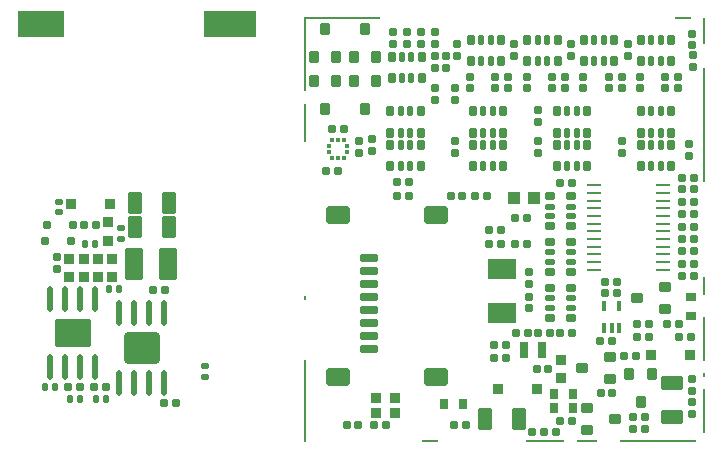
<source format=gbp>
G75*
G70*
%OFA0B0*%
%FSLAX25Y25*%
%IPPOS*%
%LPD*%
%AMOC8*
5,1,8,0,0,1.08239X$1,22.5*
%
%AMM150*
21,1,0.025590,0.026380,-0.000000,-0.000000,90.000000*
21,1,0.020470,0.031500,-0.000000,-0.000000,90.000000*
1,1,0.005120,0.013190,0.010240*
1,1,0.005120,0.013190,-0.010240*
1,1,0.005120,-0.013190,-0.010240*
1,1,0.005120,-0.013190,0.010240*
%
%AMM151*
21,1,0.017720,0.027950,-0.000000,-0.000000,90.000000*
21,1,0.014170,0.031500,-0.000000,-0.000000,90.000000*
1,1,0.003540,0.013980,0.007090*
1,1,0.003540,0.013980,-0.007090*
1,1,0.003540,-0.013980,-0.007090*
1,1,0.003540,-0.013980,0.007090*
%
%AMM154*
21,1,0.027560,0.018900,-0.000000,-0.000000,270.000000*
21,1,0.022840,0.023620,-0.000000,-0.000000,270.000000*
1,1,0.004720,-0.009450,-0.011420*
1,1,0.004720,-0.009450,0.011420*
1,1,0.004720,0.009450,0.011420*
1,1,0.004720,0.009450,-0.011420*
%
%AMM156*
21,1,0.027560,0.018900,-0.000000,-0.000000,0.000000*
21,1,0.022840,0.023620,-0.000000,-0.000000,0.000000*
1,1,0.004720,0.011420,-0.009450*
1,1,0.004720,-0.011420,-0.009450*
1,1,0.004720,-0.011420,0.009450*
1,1,0.004720,0.011420,0.009450*
%
%AMM158*
21,1,0.035430,0.030320,-0.000000,-0.000000,90.000000*
21,1,0.028350,0.037400,-0.000000,-0.000000,90.000000*
1,1,0.007090,0.015160,0.014170*
1,1,0.007090,0.015160,-0.014170*
1,1,0.007090,-0.015160,-0.014170*
1,1,0.007090,-0.015160,0.014170*
%
%AMM161*
21,1,0.027560,0.030710,-0.000000,-0.000000,180.000000*
21,1,0.022050,0.036220,-0.000000,-0.000000,180.000000*
1,1,0.005510,-0.011020,0.015350*
1,1,0.005510,0.011020,0.015350*
1,1,0.005510,0.011020,-0.015350*
1,1,0.005510,-0.011020,-0.015350*
%
%AMM182*
21,1,0.033470,0.026770,-0.000000,-0.000000,270.000000*
21,1,0.026770,0.033470,-0.000000,-0.000000,270.000000*
1,1,0.006690,-0.013390,-0.013390*
1,1,0.006690,-0.013390,0.013390*
1,1,0.006690,0.013390,0.013390*
1,1,0.006690,0.013390,-0.013390*
%
%AMM183*
21,1,0.025590,0.026380,-0.000000,-0.000000,180.000000*
21,1,0.020470,0.031500,-0.000000,-0.000000,180.000000*
1,1,0.005120,-0.010240,0.013190*
1,1,0.005120,0.010240,0.013190*
1,1,0.005120,0.010240,-0.013190*
1,1,0.005120,-0.010240,-0.013190*
%
%AMM184*
21,1,0.017720,0.027950,-0.000000,-0.000000,180.000000*
21,1,0.014170,0.031500,-0.000000,-0.000000,180.000000*
1,1,0.003540,-0.007090,0.013980*
1,1,0.003540,0.007090,0.013980*
1,1,0.003540,0.007090,-0.013980*
1,1,0.003540,-0.007090,-0.013980*
%
%AMM185*
21,1,0.033470,0.026770,-0.000000,-0.000000,180.000000*
21,1,0.026770,0.033470,-0.000000,-0.000000,180.000000*
1,1,0.006690,-0.013390,0.013390*
1,1,0.006690,0.013390,0.013390*
1,1,0.006690,0.013390,-0.013390*
1,1,0.006690,-0.013390,-0.013390*
%
%AMM186*
21,1,0.078740,0.045670,-0.000000,-0.000000,0.000000*
21,1,0.067320,0.057090,-0.000000,-0.000000,0.000000*
1,1,0.011420,0.033660,-0.022840*
1,1,0.011420,-0.033660,-0.022840*
1,1,0.011420,-0.033660,0.022840*
1,1,0.011420,0.033660,0.022840*
%
%AMM187*
21,1,0.059060,0.020470,-0.000000,-0.000000,0.000000*
21,1,0.053940,0.025590,-0.000000,-0.000000,0.000000*
1,1,0.005120,0.026970,-0.010240*
1,1,0.005120,-0.026970,-0.010240*
1,1,0.005120,-0.026970,0.010240*
1,1,0.005120,0.026970,0.010240*
%
%AMM188*
21,1,0.035430,0.030320,-0.000000,-0.000000,0.000000*
21,1,0.028350,0.037400,-0.000000,-0.000000,0.000000*
1,1,0.007090,0.014170,-0.015160*
1,1,0.007090,-0.014170,-0.015160*
1,1,0.007090,-0.014170,0.015160*
1,1,0.007090,0.014170,0.015160*
%
%AMM189*
21,1,0.012600,0.028980,-0.000000,-0.000000,0.000000*
21,1,0.010080,0.031500,-0.000000,-0.000000,0.000000*
1,1,0.002520,0.005040,-0.014490*
1,1,0.002520,-0.005040,-0.014490*
1,1,0.002520,-0.005040,0.014490*
1,1,0.002520,0.005040,0.014490*
%
%AMM190*
21,1,0.070870,0.036220,-0.000000,-0.000000,180.000000*
21,1,0.061810,0.045280,-0.000000,-0.000000,180.000000*
1,1,0.009060,-0.030910,0.018110*
1,1,0.009060,0.030910,0.018110*
1,1,0.009060,0.030910,-0.018110*
1,1,0.009060,-0.030910,-0.018110*
%
%AMM191*
21,1,0.035830,0.026770,-0.000000,-0.000000,180.000000*
21,1,0.029130,0.033470,-0.000000,-0.000000,180.000000*
1,1,0.006690,-0.014570,0.013390*
1,1,0.006690,0.014570,0.013390*
1,1,0.006690,0.014570,-0.013390*
1,1,0.006690,-0.014570,-0.013390*
%
%AMM192*
21,1,0.027560,0.049610,-0.000000,-0.000000,180.000000*
21,1,0.022050,0.055120,-0.000000,-0.000000,180.000000*
1,1,0.005510,-0.011020,0.024800*
1,1,0.005510,0.011020,0.024800*
1,1,0.005510,0.011020,-0.024800*
1,1,0.005510,-0.011020,-0.024800*
%
%AMM193*
21,1,0.070870,0.036220,-0.000000,-0.000000,270.000000*
21,1,0.061810,0.045280,-0.000000,-0.000000,270.000000*
1,1,0.009060,-0.018110,-0.030910*
1,1,0.009060,-0.018110,0.030910*
1,1,0.009060,0.018110,0.030910*
1,1,0.009060,0.018110,-0.030910*
%
%AMM194*
21,1,0.027560,0.030710,-0.000000,-0.000000,270.000000*
21,1,0.022050,0.036220,-0.000000,-0.000000,270.000000*
1,1,0.005510,-0.015350,-0.011020*
1,1,0.005510,-0.015350,0.011020*
1,1,0.005510,0.015350,0.011020*
1,1,0.005510,0.015350,-0.011020*
%
%AMM42*
21,1,0.035830,0.026770,0.000000,0.000000,0.000000*
21,1,0.029130,0.033470,0.000000,0.000000,0.000000*
1,1,0.006690,0.014570,-0.013390*
1,1,0.006690,-0.014570,-0.013390*
1,1,0.006690,-0.014570,0.013390*
1,1,0.006690,0.014570,0.013390*
%
%AMM44*
21,1,0.070870,0.036220,0.000000,0.000000,90.000000*
21,1,0.061810,0.045280,0.000000,0.000000,90.000000*
1,1,0.009060,0.018110,0.030910*
1,1,0.009060,0.018110,-0.030910*
1,1,0.009060,-0.018110,-0.030910*
1,1,0.009060,-0.018110,0.030910*
%
%AMM66*
21,1,0.023620,0.018900,0.000000,0.000000,90.000000*
21,1,0.018900,0.023620,0.000000,0.000000,90.000000*
1,1,0.004720,0.009450,0.009450*
1,1,0.004720,0.009450,-0.009450*
1,1,0.004720,-0.009450,-0.009450*
1,1,0.004720,-0.009450,0.009450*
%
%AMM67*
21,1,0.019680,0.019680,0.000000,0.000000,0.000000*
21,1,0.015750,0.023620,0.000000,0.000000,0.000000*
1,1,0.003940,0.007870,-0.009840*
1,1,0.003940,-0.007870,-0.009840*
1,1,0.003940,-0.007870,0.009840*
1,1,0.003940,0.007870,0.009840*
%
%AMM68*
21,1,0.019680,0.019680,0.000000,0.000000,270.000000*
21,1,0.015750,0.023620,0.000000,0.000000,270.000000*
1,1,0.003940,-0.009840,-0.007870*
1,1,0.003940,-0.009840,0.007870*
1,1,0.003940,0.009840,0.007870*
1,1,0.003940,0.009840,-0.007870*
%
%AMM82*
21,1,0.106300,0.050390,0.000000,0.000000,90.000000*
21,1,0.093700,0.062990,0.000000,0.000000,90.000000*
1,1,0.012600,0.025200,0.046850*
1,1,0.012600,0.025200,-0.046850*
1,1,0.012600,-0.025200,-0.046850*
1,1,0.012600,-0.025200,0.046850*
%
%AMM83*
21,1,0.033470,0.026770,0.000000,0.000000,270.000000*
21,1,0.026770,0.033470,0.000000,0.000000,270.000000*
1,1,0.006690,-0.013390,-0.013390*
1,1,0.006690,-0.013390,0.013390*
1,1,0.006690,0.013390,0.013390*
1,1,0.006690,0.013390,-0.013390*
%
%AMM84*
21,1,0.023620,0.018900,0.000000,0.000000,180.000000*
21,1,0.018900,0.023620,0.000000,0.000000,180.000000*
1,1,0.004720,-0.009450,0.009450*
1,1,0.004720,0.009450,0.009450*
1,1,0.004720,0.009450,-0.009450*
1,1,0.004720,-0.009450,-0.009450*
%
%AMM85*
21,1,0.122050,0.075590,0.000000,0.000000,180.000000*
21,1,0.103150,0.094490,0.000000,0.000000,180.000000*
1,1,0.018900,-0.051580,0.037800*
1,1,0.018900,0.051580,0.037800*
1,1,0.018900,0.051580,-0.037800*
1,1,0.018900,-0.051580,-0.037800*
%
%AMM86*
21,1,0.118110,0.083460,0.000000,0.000000,0.000000*
21,1,0.097240,0.104330,0.000000,0.000000,0.000000*
1,1,0.020870,0.048620,-0.041730*
1,1,0.020870,-0.048620,-0.041730*
1,1,0.020870,-0.048620,0.041730*
1,1,0.020870,0.048620,0.041730*
%
%ADD121R,0.01378X0.01476*%
%ADD124O,0.04961X0.00984*%
%ADD126M42*%
%ADD127R,0.09449X0.06693*%
%ADD128R,0.01476X0.01378*%
%ADD130R,0.03937X0.04331*%
%ADD131M44*%
%ADD159M66*%
%ADD160M67*%
%ADD161M68*%
%ADD179M82*%
%ADD180M83*%
%ADD181M84*%
%ADD182O,0.01968X0.08661*%
%ADD183M85*%
%ADD184M86*%
%ADD26R,0.00787X0.14567*%
%ADD269M150*%
%ADD27R,0.00787X0.01575*%
%ADD270M151*%
%ADD273M154*%
%ADD275M156*%
%ADD277M158*%
%ADD28R,0.00787X0.06299*%
%ADD280M161*%
%ADD29R,0.00787X0.38189*%
%ADD30R,0.00787X0.09055*%
%ADD301M182*%
%ADD302M183*%
%ADD303M184*%
%ADD304M185*%
%ADD305M186*%
%ADD306M187*%
%ADD307M188*%
%ADD308M189*%
%ADD309M190*%
%ADD31R,0.05512X0.00787*%
%ADD310M191*%
%ADD311M192*%
%ADD312M193*%
%ADD313M194*%
%ADD32R,0.25197X0.00787*%
%ADD33R,0.06693X0.00787*%
%ADD34R,0.12992X0.00787*%
%ADD35R,0.00787X0.27559*%
%ADD36R,0.00787X0.12992*%
%ADD37R,0.00787X0.24803*%
%ADD53R,0.17323X0.09055*%
%ADD54R,0.15748X0.09055*%
X0000000Y0000000D02*
%LPD*%
G01*
D53*
X0078740Y0170866D03*
D54*
X0015748Y0170866D03*
X0237303Y0173130D02*
G01*
G75*
D34*
X0183956Y0031791D02*
D03*
D33*
X0197736Y0031791D02*
D03*
D36*
X0103838Y0137894D02*
D03*
D31*
X0145571Y0031791D02*
D03*
X0229823Y0172736D02*
D03*
D32*
X0116043Y0172736D02*
D03*
X0221555Y0031791D02*
D03*
D29*
X0236909Y0137106D02*
D03*
D30*
X0236909Y0168602D02*
D03*
D28*
X0236909Y0083366D02*
D03*
D37*
X0103838Y0160728D02*
D03*
D35*
X0103838Y0045177D02*
D03*
D26*
X0236909Y0065847D02*
D03*
X0236909Y0041831D02*
D03*
D27*
X0236909Y0053839D02*
D03*
X0103838Y0079429D02*
D03*
D269*
X0185334Y0088091D02*
D03*
X0185334Y0113386D02*
D03*
X0185334Y0098130D02*
D03*
X0185334Y0103346D02*
D03*
X0192421Y0072835D02*
D03*
X0185334Y0072835D02*
D03*
X0185334Y0082874D02*
D03*
X0192421Y0082874D02*
D03*
X0192421Y0113386D02*
D03*
X0192421Y0103346D02*
D03*
X0192421Y0098130D02*
D03*
X0192421Y0088091D02*
D03*
D270*
X0185334Y0091536D02*
D03*
X0185334Y0106791D02*
D03*
X0185334Y0094685D02*
D03*
X0185334Y0109941D02*
D03*
X0185334Y0079429D02*
D03*
X0185334Y0076280D02*
D03*
X0192421Y0076280D02*
D03*
X0192421Y0079429D02*
D03*
X0192421Y0106791D02*
D03*
X0192421Y0109941D02*
D03*
X0192421Y0091536D02*
D03*
X0192421Y0094685D02*
D03*
D273*
X0183366Y0034941D02*
D03*
X0187303Y0034941D02*
D03*
X0188878Y0038484D02*
D03*
X0192815Y0038484D02*
D03*
X0181004Y0055807D02*
D03*
X0184941Y0055807D02*
D03*
X0152351Y0113509D02*
D03*
X0156288Y0113509D02*
D03*
X0160547Y0113509D02*
D03*
X0164484Y0113509D02*
D03*
X0203869Y0081042D02*
D03*
X0207806Y0081042D02*
D03*
X0203869Y0084765D02*
D03*
X0207806Y0084765D02*
D03*
X0206285Y0047933D02*
D03*
X0202348Y0047933D02*
D03*
X0117651Y0037000D02*
D03*
X0153399Y0037239D02*
D03*
X0138484Y0113509D02*
D03*
X0170768Y0059351D02*
D03*
X0170768Y0063681D02*
D03*
X0174198Y0067900D02*
D03*
X0185475Y0067845D02*
D03*
X0165059Y0097505D02*
D03*
X0173848Y0097505D02*
D03*
X0177785Y0105990D02*
D03*
X0112868Y0135856D02*
D03*
X0138484Y0118012D02*
D03*
X0179429Y0034941D02*
D03*
X0192815Y0067936D02*
D03*
X0214468Y0066538D02*
D03*
X0228533Y0066538D02*
D03*
X0214468Y0070768D02*
D03*
X0228533Y0070768D02*
D03*
X0188830Y0117676D02*
D03*
X0233366Y0119587D02*
D03*
X0166831Y0059351D02*
D03*
X0177785Y0097505D02*
D03*
X0168996Y0097505D02*
D03*
X0168996Y0101993D02*
D03*
X0165059Y0101993D02*
D03*
X0110925Y0121949D02*
D03*
X0114862Y0121949D02*
D03*
X0116805Y0135856D02*
D03*
X0202250Y0065032D02*
D03*
X0206187Y0065032D02*
D03*
X0232471Y0066538D02*
D03*
X0188878Y0067936D02*
D03*
X0173848Y0105990D02*
D03*
X0181538Y0067845D02*
D03*
X0178135Y0067900D02*
D03*
X0218405Y0070768D02*
D03*
X0192767Y0117676D02*
D03*
X0229429Y0119587D02*
D03*
X0157336Y0037239D02*
D03*
X0183366Y0034941D02*
D03*
X0210138Y0059965D02*
D03*
X0214075Y0059965D02*
D03*
X0218405Y0066538D02*
D03*
X0134547Y0118012D02*
D03*
X0134547Y0113509D02*
D03*
X0166831Y0063681D02*
D03*
X0121588Y0037000D02*
D03*
X0130904Y0037000D02*
D03*
X0126967Y0037000D02*
D03*
X0224596Y0070768D02*
D03*
X0233366Y0115650D02*
D03*
X0229429Y0115650D02*
D03*
X0233366Y0103248D02*
D03*
X0229429Y0103248D02*
D03*
X0233366Y0099114D02*
D03*
X0229429Y0099114D02*
D03*
X0233366Y0090846D02*
D03*
X0229429Y0090846D02*
D03*
X0233366Y0094980D02*
D03*
X0229429Y0094980D02*
D03*
X0233366Y0086713D02*
D03*
X0229429Y0086713D02*
D03*
X0233366Y0107382D02*
D03*
X0229429Y0107382D02*
D03*
X0233366Y0111516D02*
D03*
X0229429Y0111516D02*
D03*
D275*
X0178376Y0084154D02*
D03*
X0178376Y0079921D02*
D03*
X0132972Y0168012D02*
D03*
X0137697Y0168012D02*
D03*
X0142421Y0168012D02*
D03*
X0147145Y0168012D02*
D03*
X0217224Y0039665D02*
D03*
X0213090Y0039665D02*
D03*
X0121910Y0131886D02*
D03*
X0121910Y0127949D02*
D03*
X0232839Y0040847D02*
D03*
X0232839Y0044783D02*
D03*
X0178376Y0075984D02*
D03*
X0178376Y0088091D02*
D03*
X0126082Y0132382D02*
D03*
X0126082Y0128445D02*
D03*
X0150855Y0160158D02*
D03*
X0150855Y0156221D02*
D03*
X0147145Y0156221D02*
D03*
X0147145Y0160158D02*
D03*
X0147145Y0145571D02*
D03*
X0147145Y0149508D02*
D03*
X0147145Y0164075D02*
D03*
X0142421Y0164075D02*
D03*
X0132972Y0164075D02*
D03*
X0137697Y0164075D02*
D03*
X0231804Y0130881D02*
D03*
X0231804Y0126944D02*
D03*
X0181594Y0127854D02*
D03*
X0181594Y0131791D02*
D03*
X0181594Y0138091D02*
D03*
X0181594Y0142028D02*
D03*
X0209547Y0127854D02*
D03*
X0209547Y0131791D02*
D03*
X0186122Y0153248D02*
D03*
X0186122Y0149311D02*
D03*
X0215452Y0153248D02*
D03*
X0215452Y0149311D02*
D03*
X0228248Y0153248D02*
D03*
X0228248Y0149311D02*
D03*
X0211356Y0160158D02*
D03*
X0211356Y0164095D02*
D03*
X0232972Y0160532D02*
D03*
X0232972Y0156595D02*
D03*
X0232775Y0163681D02*
D03*
X0232775Y0167618D02*
D03*
X0232839Y0052373D02*
D03*
X0232839Y0048436D02*
D03*
X0217224Y0035728D02*
D03*
X0213090Y0035728D02*
D03*
X0209350Y0149311D02*
D03*
X0209350Y0153248D02*
D03*
X0205020Y0149311D02*
D03*
X0205020Y0153248D02*
D03*
X0196555Y0149311D02*
D03*
X0196555Y0153248D02*
D03*
X0192389Y0164095D02*
D03*
X0192389Y0160158D02*
D03*
X0153642Y0131791D02*
D03*
X0153642Y0127854D02*
D03*
X0223917Y0149311D02*
D03*
X0223917Y0153248D02*
D03*
X0173546Y0164095D02*
D03*
X0173546Y0160158D02*
D03*
X0177657Y0149311D02*
D03*
X0177657Y0153248D02*
D03*
X0190452Y0149311D02*
D03*
X0190452Y0153248D02*
D03*
X0154566Y0164095D02*
D03*
X0154566Y0160158D02*
D03*
X0158759Y0149311D02*
D03*
X0158759Y0153248D02*
D03*
X0167224Y0149311D02*
D03*
X0167224Y0153248D02*
D03*
X0171555Y0149311D02*
D03*
X0171555Y0153248D02*
D03*
X0153778Y0145571D02*
D03*
X0153778Y0149508D02*
D03*
D277*
X0197746Y0042874D02*
D03*
X0205486Y0052349D02*
D03*
X0223819Y0075719D02*
D03*
D280*
X0150098Y0044291D02*
D03*
X0156398Y0044291D02*
D03*
X0186712Y0042913D02*
D03*
X0193012Y0042913D02*
D03*
X0186712Y0047539D02*
D03*
X0193012Y0047539D02*
D03*
D277*
X0214567Y0079460D02*
D03*
X0205486Y0059829D02*
D03*
X0196234Y0056089D02*
D03*
X0197746Y0035394D02*
D03*
X0206998Y0039134D02*
D03*
X0223819Y0083200D02*
D03*
D301*
X0189272Y0052736D02*
D03*
X0189272Y0058957D02*
D03*
D302*
X0159842Y0123524D02*
D03*
X0159842Y0130610D02*
D03*
X0169882Y0130610D02*
D03*
X0169882Y0123524D02*
D03*
X0187795Y0130610D02*
D03*
X0215748Y0130610D02*
D03*
X0197834Y0134547D02*
D03*
X0142716Y0159744D02*
D03*
X0142716Y0152658D02*
D03*
X0132677Y0152658D02*
D03*
X0132677Y0159744D02*
D03*
X0225787Y0141634D02*
D03*
X0225787Y0134547D02*
D03*
X0215748Y0134547D02*
D03*
X0215748Y0141634D02*
D03*
X0215748Y0123524D02*
D03*
X0225787Y0130610D02*
D03*
X0225787Y0123524D02*
D03*
X0197834Y0141634D02*
D03*
X0187795Y0134547D02*
D03*
X0187795Y0141634D02*
D03*
X0187795Y0123524D02*
D03*
X0197834Y0130610D02*
D03*
X0197834Y0123524D02*
D03*
X0196850Y0165453D02*
D03*
X0196850Y0158366D02*
D03*
X0206890Y0158366D02*
D03*
X0206890Y0165453D02*
D03*
X0215748Y0165453D02*
D03*
X0215748Y0158366D02*
D03*
X0225787Y0158366D02*
D03*
X0225787Y0165453D02*
D03*
X0177952Y0165453D02*
D03*
X0177952Y0158366D02*
D03*
X0187992Y0158366D02*
D03*
X0187992Y0165453D02*
D03*
X0159055Y0165453D02*
D03*
X0159055Y0158366D02*
D03*
X0169094Y0158366D02*
D03*
X0169094Y0165453D02*
D03*
X0159842Y0141634D02*
D03*
X0159842Y0134547D02*
D03*
X0169882Y0134547D02*
D03*
X0169882Y0141634D02*
D03*
X0132283Y0141634D02*
D03*
X0132283Y0134547D02*
D03*
X0142323Y0134547D02*
D03*
X0142323Y0141634D02*
D03*
X0142323Y0123524D02*
D03*
X0142323Y0130610D02*
D03*
X0132283Y0130610D02*
D03*
X0132283Y0123524D02*
D03*
D303*
X0166437Y0130610D02*
D03*
X0163287Y0130610D02*
D03*
X0163287Y0123524D02*
D03*
X0166437Y0123524D02*
D03*
X0191240Y0130610D02*
D03*
X0219193Y0130610D02*
D03*
X0194390Y0134547D02*
D03*
X0136122Y0152658D02*
D03*
X0139271Y0152658D02*
D03*
X0139271Y0159744D02*
D03*
X0136122Y0159744D02*
D03*
X0219193Y0134547D02*
D03*
X0222342Y0134547D02*
D03*
X0222342Y0141634D02*
D03*
X0219193Y0141634D02*
D03*
X0222342Y0130610D02*
D03*
X0219193Y0123524D02*
D03*
X0222342Y0123524D02*
D03*
X0191240Y0134547D02*
D03*
X0194390Y0141634D02*
D03*
X0191240Y0141634D02*
D03*
X0194389Y0130610D02*
D03*
X0191240Y0123524D02*
D03*
X0194389Y0123524D02*
D03*
X0200295Y0165453D02*
D03*
X0203445Y0165453D02*
D03*
X0203445Y0158366D02*
D03*
X0200295Y0158366D02*
D03*
X0219192Y0165453D02*
D03*
X0222342Y0165453D02*
D03*
X0222342Y0158366D02*
D03*
X0219192Y0158366D02*
D03*
X0181397Y0165453D02*
D03*
X0184547Y0165453D02*
D03*
X0184547Y0158366D02*
D03*
X0181397Y0158366D02*
D03*
X0162500Y0165453D02*
D03*
X0165649Y0165453D02*
D03*
X0165649Y0158366D02*
D03*
X0162500Y0158366D02*
D03*
X0163287Y0141634D02*
D03*
X0166437Y0141634D02*
D03*
X0166437Y0134547D02*
D03*
X0163287Y0134547D02*
D03*
X0135728Y0141634D02*
D03*
X0138878Y0141634D02*
D03*
X0138878Y0134547D02*
D03*
X0135728Y0134547D02*
D03*
X0138878Y0123524D02*
D03*
X0135728Y0123524D02*
D03*
X0135728Y0130610D02*
D03*
X0138878Y0130610D02*
D03*
D304*
X0127500Y0046260D02*
D03*
X0127500Y0041270D02*
D03*
X0133720Y0041270D02*
D03*
X0133720Y0046260D02*
D03*
D305*
X0114862Y0053150D02*
D03*
X0147539Y0053150D02*
D03*
X0114862Y0107283D02*
D03*
X0147539Y0107283D02*
D03*
D306*
X0125098Y0071181D02*
D03*
X0125098Y0062520D02*
D03*
X0125098Y0066850D02*
D03*
X0125098Y0075512D02*
D03*
X0125098Y0079843D02*
D03*
X0125098Y0084173D02*
D03*
X0125098Y0088504D02*
D03*
X0125098Y0092835D02*
D03*
D307*
X0106791Y0151791D02*
D03*
X0119995Y0151791D02*
D03*
X0114272Y0159823D02*
D03*
X0127475Y0159823D02*
D03*
X0110531Y0142539D02*
D03*
X0123735Y0142539D02*
D03*
X0123735Y0169075D02*
D03*
X0211909Y0054154D02*
D03*
X0215649Y0044902D02*
D03*
X0110531Y0169075D02*
D03*
D121*
X0112868Y0126018D02*
D03*
X0116805Y0126018D02*
D03*
X0112868Y0132022D02*
D03*
X0114836Y0132022D02*
D03*
X0114836Y0126018D02*
D03*
X0116805Y0132022D02*
D03*
D308*
X0203433Y0069370D02*
D03*
X0208551Y0069370D02*
D03*
X0205992Y0069370D02*
D03*
X0203433Y0076851D02*
D03*
X0208551Y0076851D02*
D03*
D124*
X0200216Y0088878D02*
D03*
X0223208Y0091437D02*
D03*
X0223208Y0088878D02*
D03*
X0200216Y0111909D02*
D03*
X0223208Y0114468D02*
D03*
X0223208Y0117028D02*
D03*
X0223208Y0111909D02*
D03*
X0223208Y0109350D02*
D03*
X0223208Y0106791D02*
D03*
X0223208Y0104232D02*
D03*
X0223208Y0101673D02*
D03*
X0223208Y0099114D02*
D03*
X0223208Y0096555D02*
D03*
X0223208Y0093996D02*
D03*
X0200216Y0117028D02*
D03*
X0200216Y0114468D02*
D03*
X0200216Y0109350D02*
D03*
X0200216Y0106791D02*
D03*
X0200216Y0104232D02*
D03*
X0200216Y0101673D02*
D03*
X0200216Y0099114D02*
D03*
X0200216Y0096555D02*
D03*
X0200216Y0093996D02*
D03*
X0200216Y0091437D02*
D03*
D309*
X0226279Y0051291D02*
D03*
X0226279Y0039873D02*
D03*
D310*
X0168189Y0049156D02*
D03*
X0181181Y0049156D02*
D03*
X0232266Y0060356D02*
D03*
X0219274Y0060356D02*
D03*
D127*
X0169414Y0074561D02*
D03*
X0169414Y0089128D02*
D03*
D128*
X0117838Y0130004D02*
D03*
X0117838Y0128036D02*
D03*
X0111834Y0128036D02*
D03*
X0111834Y0130004D02*
D03*
D311*
X0182825Y0062038D02*
D03*
X0176920Y0062038D02*
D03*
D307*
X0114272Y0151791D02*
D03*
X0127475Y0151791D02*
D03*
X0119995Y0159823D02*
D03*
X0219390Y0054154D02*
D03*
X0106791Y0159823D02*
D03*
D130*
X0180022Y0112697D02*
D03*
X0173329Y0112697D02*
D03*
D312*
X0163661Y0039160D02*
D03*
X0175078Y0039160D02*
D03*
D313*
X0232578Y0073524D02*
D03*
X0232578Y0079823D02*
D03*
X0008760Y0034350D02*
G01*
G75*
D126*
X0038675Y0110728D02*
D03*
X0025683Y0110728D02*
D03*
D131*
X0058535Y0111122D02*
D03*
X0047118Y0111122D02*
D03*
X0058535Y0103090D02*
D03*
X0047118Y0103090D02*
D03*
D159*
X0021162Y0089074D02*
D03*
X0021162Y0093011D02*
D03*
X0017815Y0103641D02*
D03*
X0026477Y0103641D02*
D03*
X0017028Y0098393D02*
D03*
X0025689Y0098393D02*
D03*
D160*
X0028915Y0045767D02*
D03*
X0025371Y0045767D02*
D03*
X0038306Y0082500D02*
D03*
X0041850Y0082500D02*
D03*
X0030309Y0097605D02*
D03*
X0033852Y0097605D02*
D03*
X0037533Y0045767D02*
D03*
X0033990Y0045767D02*
D03*
X0017028Y0049704D02*
D03*
X0020571Y0049704D02*
D03*
D161*
X0042513Y0099180D02*
D03*
X0042513Y0102724D02*
D03*
X0021746Y0111582D02*
D03*
X0021746Y0108038D02*
D03*
X0070510Y0053265D02*
D03*
X0070510Y0056809D02*
D03*
D179*
X0057973Y0090649D02*
D03*
X0046949Y0090649D02*
D03*
D180*
X0025295Y0086326D02*
D03*
X0025295Y0092546D02*
D03*
X0039389Y0086326D02*
D03*
X0039389Y0092546D02*
D03*
X0034698Y0086326D02*
D03*
X0034698Y0092546D02*
D03*
X0030006Y0086326D02*
D03*
X0030006Y0092546D02*
D03*
X0038208Y0098570D02*
D03*
X0038208Y0104791D02*
D03*
D181*
X0028718Y0049704D02*
D03*
X0024781Y0049704D02*
D03*
X0033399Y0049704D02*
D03*
X0037336Y0049704D02*
D03*
X0030112Y0103641D02*
D03*
X0034049Y0103641D02*
D03*
X0053045Y0082027D02*
D03*
X0056982Y0082027D02*
D03*
X0060821Y0044586D02*
D03*
X0056883Y0044586D02*
D03*
D182*
X0033832Y0056464D02*
D03*
X0028832Y0056464D02*
D03*
X0023832Y0056464D02*
D03*
X0018832Y0056464D02*
D03*
X0033832Y0079101D02*
D03*
X0028832Y0079101D02*
D03*
X0023832Y0079101D02*
D03*
X0018832Y0079101D02*
D03*
X0056899Y0051181D02*
D03*
X0051899Y0051181D02*
D03*
X0046899Y0051181D02*
D03*
X0041899Y0051181D02*
D03*
X0056899Y0074606D02*
D03*
X0051899Y0074606D02*
D03*
X0046899Y0074606D02*
D03*
X0041899Y0074606D02*
D03*
D183*
X0026332Y0067782D02*
D03*
D184*
X0049399Y0062893D02*
D03*
M02*

</source>
